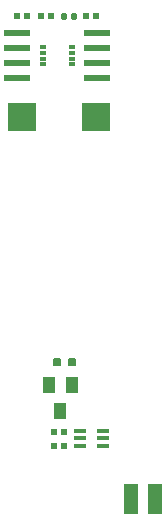
<source format=gbr>
G04 EAGLE Gerber RS-274X export*
G75*
%MOMM*%
%FSLAX34Y34*%
%LPD*%
%INSolderpaste Bottom*%
%IPPOS*%
%AMOC8*
5,1,8,0,0,1.08239X$1,22.5*%
G01*
%ADD10R,2.368000X2.403600*%
%ADD11R,1.000000X1.400000*%
%ADD12R,1.117600X0.355600*%
%ADD13R,0.540000X0.600000*%
%ADD14C,0.158750*%
%ADD15R,2.286000X0.609600*%
%ADD16C,0.270000*%
%ADD17R,0.090000X0.740000*%
%ADD18R,0.560000X0.350000*%
%ADD19R,1.270000X2.540000*%


D10*
X154402Y405130D03*
X91978Y405130D03*
D11*
X124460Y156640D03*
X133960Y178640D03*
X114960Y178640D03*
D12*
X160691Y139686D03*
X160691Y133082D03*
X160691Y126478D03*
X141387Y126478D03*
X141387Y133082D03*
X141387Y139686D03*
D13*
X118870Y138562D03*
X127510Y138562D03*
X118870Y127000D03*
X127510Y127000D03*
D14*
X124119Y195242D02*
X119357Y195242D01*
X119357Y200004D01*
X124119Y200004D01*
X124119Y195242D01*
X124119Y196751D02*
X119357Y196751D01*
X119357Y198260D02*
X124119Y198260D01*
X124119Y199769D02*
X119357Y199769D01*
X132057Y195242D02*
X136819Y195242D01*
X132057Y195242D02*
X132057Y200004D01*
X136819Y200004D01*
X136819Y195242D01*
X136819Y196751D02*
X132057Y196751D01*
X132057Y198260D02*
X136819Y198260D01*
X136819Y199769D02*
X132057Y199769D01*
D15*
X155702Y476250D03*
X88138Y476250D03*
X155702Y463550D03*
X155702Y450850D03*
X88138Y463550D03*
X88138Y450850D03*
X155702Y438150D03*
X88138Y438150D03*
D13*
X146380Y490490D03*
X155020Y490490D03*
D16*
X136770Y492140D02*
X134070Y492140D01*
X136770Y492140D02*
X136770Y488840D01*
X134070Y488840D01*
X134070Y492140D01*
X134070Y491405D02*
X136770Y491405D01*
X128130Y492140D02*
X125430Y492140D01*
X128130Y492140D02*
X128130Y488840D01*
X125430Y488840D01*
X125430Y492140D01*
X125430Y491405D02*
X128130Y491405D01*
D13*
X96270Y490490D03*
X87630Y490490D03*
X116330Y490490D03*
X107690Y490490D03*
D17*
X121920Y461100D03*
X121920Y453300D03*
D18*
X134270Y464700D03*
X134270Y459700D03*
X134270Y454700D03*
X134270Y449700D03*
X109570Y449700D03*
X109570Y454700D03*
X109570Y459700D03*
X109570Y464700D03*
D19*
X204190Y81371D03*
X184521Y81371D03*
M02*

</source>
